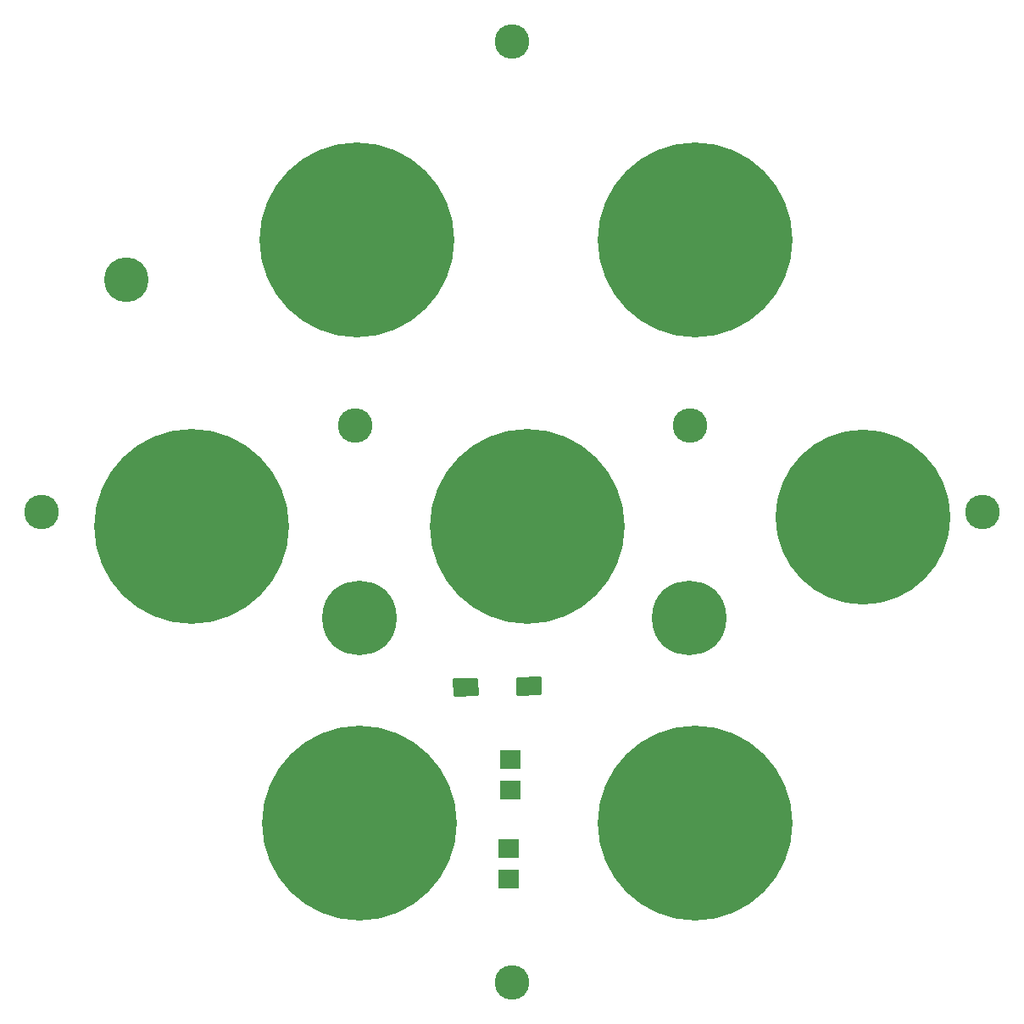
<source format=gts>
G04 MADE WITH FRITZING*
G04 WWW.FRITZING.ORG*
G04 DOUBLE SIDED*
G04 HOLES PLATED*
G04 CONTOUR ON CENTER OF CONTOUR VECTOR*
%ASAXBY*%
%FSLAX23Y23*%
%MOIN*%
%OFA0B0*%
%SFA1.0B1.0*%
%ADD10C,0.293464*%
%ADD11C,0.765905*%
%ADD12C,0.135984*%
%ADD13C,0.687165*%
%ADD14C,0.175354*%
%ADD15R,0.084803X0.072992*%
%ADD16C,0.000100*%
%ADD17C,0.010000*%
%LNMASK1*%
G90*
G70*
G54D10*
X2647Y1568D03*
X1351Y1568D03*
G54D11*
X2670Y3053D03*
G54D12*
X1334Y2324D03*
X2649Y2324D03*
G54D11*
X2010Y1927D03*
X692Y1927D03*
G54D13*
X3329Y1966D03*
G54D11*
X1341Y3053D03*
X1351Y761D03*
X2670Y761D03*
G54D14*
X435Y2898D03*
G54D12*
X1951Y3836D03*
X101Y1986D03*
X3802Y1986D03*
X1951Y135D03*
G54D15*
X1944Y890D03*
X1944Y1012D03*
X1937Y662D03*
X1937Y540D03*
G54D16*
G36*
X1812Y1329D02*
X1813Y1267D01*
X1723Y1265D01*
X1722Y1328D01*
X1812Y1329D01*
G37*
G54D17*
X1812Y1329D02*
X1813Y1267D01*
X1723Y1265D01*
X1722Y1328D01*
X1812Y1329D01*
D02*
G54D16*
G36*
X2060Y1334D02*
X2061Y1271D01*
X1971Y1269D01*
X1970Y1332D01*
X2060Y1334D01*
G37*
G54D17*
X2060Y1334D02*
X2061Y1271D01*
X1971Y1269D01*
X1970Y1332D01*
X2060Y1334D01*
D02*
G04 End of Mask1*
M02*
</source>
